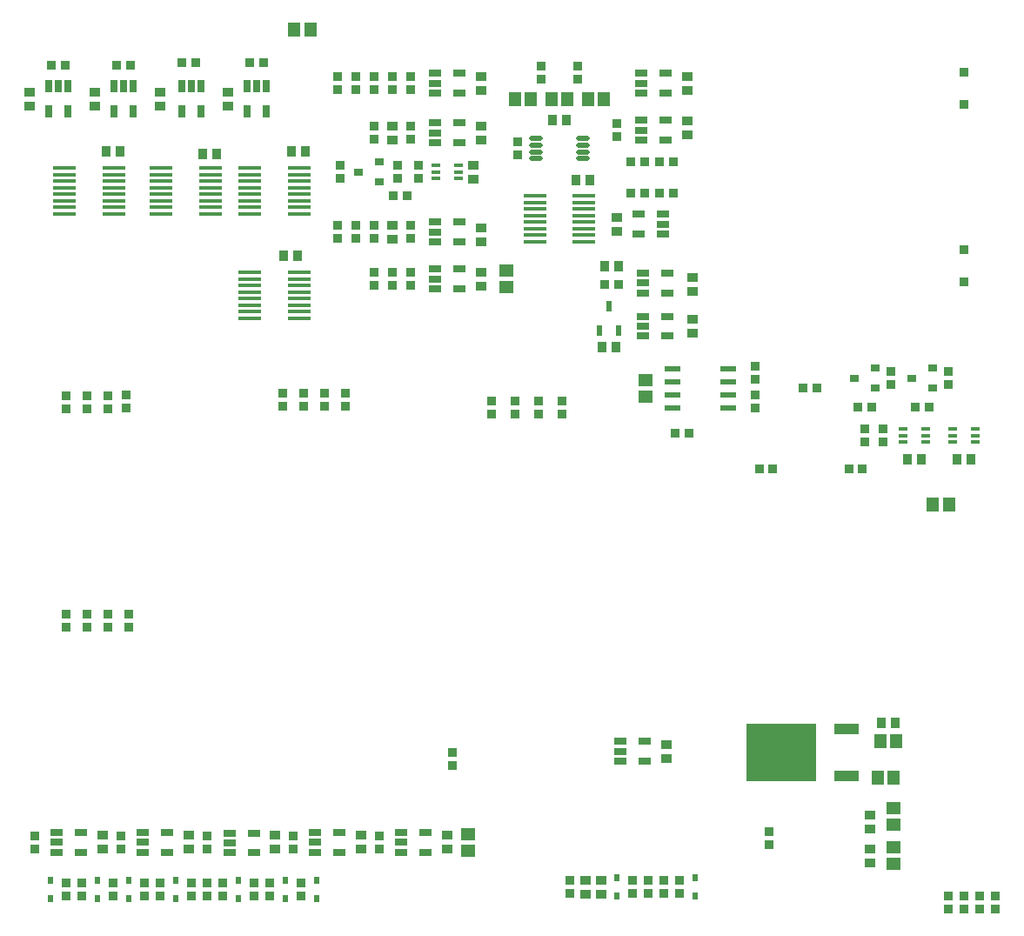
<source format=gtp>
G04*
G04 #@! TF.GenerationSoftware,Altium Limited,Altium Designer,23.10.1 (27)*
G04*
G04 Layer_Color=8421504*
%FSLAX25Y25*%
%MOIN*%
G70*
G04*
G04 #@! TF.SameCoordinates,25415466-D0CE-43B0-AC23-F92A6D1D0972*
G04*
G04*
G04 #@! TF.FilePolarity,Positive*
G04*
G01*
G75*
%ADD18R,0.03937X0.03543*%
%ADD19R,0.05118X0.02756*%
%ADD20R,0.03740X0.03347*%
%ADD21R,0.03347X0.01575*%
%ADD22R,0.03543X0.03150*%
%ADD23R,0.03347X0.03740*%
%ADD24R,0.05512X0.05118*%
%ADD25R,0.03543X0.03937*%
%ADD26O,0.08858X0.01575*%
%ADD27O,0.05315X0.01968*%
%ADD28R,0.05118X0.05512*%
%ADD29R,0.02362X0.04134*%
%ADD30R,0.06102X0.02362*%
%ADD31R,0.02756X0.05118*%
%ADD32R,0.09449X0.03937*%
%ADD33R,0.26772X0.21850*%
%ADD34R,0.01968X0.03150*%
%ADD35R,0.03740X0.03543*%
D18*
X185000Y371343D02*
D03*
Y376657D02*
D03*
Y352343D02*
D03*
Y357657D02*
D03*
X151000D02*
D03*
Y352343D02*
D03*
X182000Y337343D02*
D03*
Y342657D02*
D03*
X151000Y314343D02*
D03*
Y319657D02*
D03*
X185000Y313343D02*
D03*
Y318657D02*
D03*
Y296343D02*
D03*
Y301657D02*
D03*
X264000Y371343D02*
D03*
Y376657D02*
D03*
Y354343D02*
D03*
Y359657D02*
D03*
X237000Y322657D02*
D03*
Y317343D02*
D03*
X266000Y294342D02*
D03*
Y299658D02*
D03*
Y278343D02*
D03*
Y283658D02*
D03*
X12000Y370657D02*
D03*
Y365343D02*
D03*
X88000Y370669D02*
D03*
Y365354D02*
D03*
X62000Y370510D02*
D03*
Y365195D02*
D03*
X37000Y370657D02*
D03*
Y365343D02*
D03*
X334000Y93657D02*
D03*
Y88342D02*
D03*
Y80658D02*
D03*
Y75343D02*
D03*
X256000Y115343D02*
D03*
Y120657D02*
D03*
X73000Y80469D02*
D03*
Y85783D02*
D03*
X40000Y80469D02*
D03*
Y85783D02*
D03*
X106000Y80469D02*
D03*
Y85783D02*
D03*
X139000Y80469D02*
D03*
Y85783D02*
D03*
X172000Y80469D02*
D03*
Y85783D02*
D03*
X231000Y63343D02*
D03*
Y68657D02*
D03*
X225000Y63343D02*
D03*
Y68657D02*
D03*
D19*
X167276Y358740D02*
D03*
Y355000D02*
D03*
Y351260D02*
D03*
X176724D02*
D03*
Y358740D02*
D03*
X167276Y377740D02*
D03*
Y374000D02*
D03*
Y370260D02*
D03*
X176724D02*
D03*
Y377740D02*
D03*
X167276Y320740D02*
D03*
Y317000D02*
D03*
Y313260D02*
D03*
X176724D02*
D03*
Y320740D02*
D03*
X167276Y302740D02*
D03*
Y299000D02*
D03*
Y295260D02*
D03*
X176724D02*
D03*
Y302740D02*
D03*
X246276Y377740D02*
D03*
Y374000D02*
D03*
Y370260D02*
D03*
X255724D02*
D03*
Y377740D02*
D03*
X246276Y359740D02*
D03*
Y356000D02*
D03*
Y352260D02*
D03*
X255724D02*
D03*
Y359740D02*
D03*
X254724Y316260D02*
D03*
Y320000D02*
D03*
Y323740D02*
D03*
X245276D02*
D03*
Y316260D02*
D03*
X246929Y301173D02*
D03*
Y297433D02*
D03*
Y293693D02*
D03*
X256378D02*
D03*
Y301173D02*
D03*
X246929Y284646D02*
D03*
Y280906D02*
D03*
Y277165D02*
D03*
X256378D02*
D03*
Y284646D02*
D03*
X238276Y121740D02*
D03*
Y118000D02*
D03*
Y114260D02*
D03*
X247724D02*
D03*
Y121740D02*
D03*
X88551Y86606D02*
D03*
Y82866D02*
D03*
Y79126D02*
D03*
X98000D02*
D03*
Y86606D02*
D03*
X55276Y86866D02*
D03*
Y83126D02*
D03*
Y79386D02*
D03*
X64724D02*
D03*
Y86866D02*
D03*
X22276D02*
D03*
Y83126D02*
D03*
Y79386D02*
D03*
X31724D02*
D03*
Y86866D02*
D03*
X121276D02*
D03*
Y83126D02*
D03*
Y79386D02*
D03*
X130724D02*
D03*
Y86866D02*
D03*
X154276D02*
D03*
Y83126D02*
D03*
Y79386D02*
D03*
X163724D02*
D03*
Y86866D02*
D03*
D20*
X158000Y371441D02*
D03*
Y376559D02*
D03*
X151000Y371441D02*
D03*
Y376559D02*
D03*
X144000Y371441D02*
D03*
Y376559D02*
D03*
X137000D02*
D03*
Y371441D02*
D03*
X130000D02*
D03*
Y376559D02*
D03*
X158000Y352441D02*
D03*
Y357559D02*
D03*
X144000Y352441D02*
D03*
Y357559D02*
D03*
X161000Y342559D02*
D03*
Y337441D02*
D03*
X153000Y342559D02*
D03*
Y337441D02*
D03*
X131000D02*
D03*
Y342559D02*
D03*
X144000Y319559D02*
D03*
Y314441D02*
D03*
X137000D02*
D03*
Y319559D02*
D03*
X130000Y314441D02*
D03*
Y319559D02*
D03*
X158000D02*
D03*
Y314441D02*
D03*
Y301559D02*
D03*
Y296441D02*
D03*
X144000D02*
D03*
Y301559D02*
D03*
X151000Y296441D02*
D03*
Y301559D02*
D03*
X199000Y351559D02*
D03*
Y346441D02*
D03*
X208000Y380559D02*
D03*
Y375441D02*
D03*
X222000Y380559D02*
D03*
Y375441D02*
D03*
X237000Y358559D02*
D03*
Y353441D02*
D03*
X290000Y265559D02*
D03*
Y260441D02*
D03*
Y254559D02*
D03*
Y249441D02*
D03*
X339000Y241559D02*
D03*
Y236441D02*
D03*
X332000Y241559D02*
D03*
Y236441D02*
D03*
X342000Y258441D02*
D03*
Y263559D02*
D03*
X364000Y258441D02*
D03*
Y263559D02*
D03*
X364000Y62559D02*
D03*
Y57441D02*
D03*
X376000Y62559D02*
D03*
Y57441D02*
D03*
X370000Y62559D02*
D03*
Y57441D02*
D03*
X382000Y62559D02*
D03*
Y57441D02*
D03*
X41866Y254220D02*
D03*
Y249102D02*
D03*
X25866Y254220D02*
D03*
Y249102D02*
D03*
X33866D02*
D03*
Y254220D02*
D03*
X49000Y254559D02*
D03*
Y249441D02*
D03*
X108866Y255220D02*
D03*
Y250102D02*
D03*
X116866Y255220D02*
D03*
Y250102D02*
D03*
X124866Y255220D02*
D03*
Y250102D02*
D03*
X132866Y255220D02*
D03*
Y250102D02*
D03*
X188866Y252220D02*
D03*
Y247102D02*
D03*
X197866Y252220D02*
D03*
Y247102D02*
D03*
X206866Y252220D02*
D03*
Y247102D02*
D03*
X215866Y252220D02*
D03*
Y247102D02*
D03*
X50000Y170559D02*
D03*
Y165441D02*
D03*
X42000Y170559D02*
D03*
Y165441D02*
D03*
X34000Y170559D02*
D03*
Y165441D02*
D03*
X26000Y170559D02*
D03*
Y165441D02*
D03*
X174000Y117559D02*
D03*
Y112441D02*
D03*
X74000Y62567D02*
D03*
Y67685D02*
D03*
X62000Y62567D02*
D03*
Y67685D02*
D03*
X56000Y62567D02*
D03*
Y67685D02*
D03*
X44000Y62567D02*
D03*
Y67685D02*
D03*
X32000Y62567D02*
D03*
Y67685D02*
D03*
X26000Y62567D02*
D03*
Y67685D02*
D03*
X86000Y62567D02*
D03*
Y67685D02*
D03*
X80000Y62567D02*
D03*
Y67685D02*
D03*
X98000Y62567D02*
D03*
Y67685D02*
D03*
X104000Y62567D02*
D03*
Y67685D02*
D03*
X116000Y62567D02*
D03*
Y67685D02*
D03*
X80000Y80567D02*
D03*
Y85685D02*
D03*
X47000Y80567D02*
D03*
Y85685D02*
D03*
X14000Y85685D02*
D03*
Y80567D02*
D03*
X113000Y80567D02*
D03*
Y85685D02*
D03*
X146000Y80567D02*
D03*
Y85685D02*
D03*
X295276Y82087D02*
D03*
Y87205D02*
D03*
X219000Y63441D02*
D03*
Y68559D02*
D03*
X243000Y63567D02*
D03*
Y68685D02*
D03*
X249000Y63567D02*
D03*
Y68685D02*
D03*
X255000Y63567D02*
D03*
Y68685D02*
D03*
X261000Y63441D02*
D03*
Y68559D02*
D03*
D21*
X176429Y337441D02*
D03*
Y340000D02*
D03*
Y342559D02*
D03*
X167571D02*
D03*
Y340000D02*
D03*
Y337441D02*
D03*
X346571Y241559D02*
D03*
Y239000D02*
D03*
Y236441D02*
D03*
X355429D02*
D03*
Y239000D02*
D03*
Y241559D02*
D03*
X365571D02*
D03*
Y239000D02*
D03*
Y236441D02*
D03*
X374429D02*
D03*
Y239000D02*
D03*
Y241559D02*
D03*
D22*
X145937Y336260D02*
D03*
Y343740D02*
D03*
X138063Y340000D02*
D03*
X335937Y257260D02*
D03*
Y264740D02*
D03*
X328063Y261000D02*
D03*
X357937Y257260D02*
D03*
Y264740D02*
D03*
X350063Y261000D02*
D03*
D23*
X151441Y331000D02*
D03*
X156559D02*
D03*
X247559Y344000D02*
D03*
X242441D02*
D03*
X258559D02*
D03*
X253441D02*
D03*
Y332000D02*
D03*
X258559D02*
D03*
X242441D02*
D03*
X247559D02*
D03*
X237559Y297000D02*
D03*
X232441D02*
D03*
X264559Y240000D02*
D03*
X259441D02*
D03*
X325984Y226181D02*
D03*
X331102D02*
D03*
X356559Y250000D02*
D03*
X351441D02*
D03*
X334559D02*
D03*
X329441D02*
D03*
X101559Y382000D02*
D03*
X96441D02*
D03*
X75559D02*
D03*
X70441D02*
D03*
X50559Y381000D02*
D03*
X45441D02*
D03*
X25559D02*
D03*
X20441D02*
D03*
X308465Y257181D02*
D03*
X313583D02*
D03*
X296661Y226181D02*
D03*
X291543D02*
D03*
D24*
X194709Y295992D02*
D03*
Y302291D02*
D03*
X248000Y260150D02*
D03*
Y253850D02*
D03*
X343000Y89850D02*
D03*
Y96150D02*
D03*
Y74850D02*
D03*
Y81150D02*
D03*
X180000Y80000D02*
D03*
Y86299D02*
D03*
D25*
X221343Y337000D02*
D03*
X226657D02*
D03*
X212343Y360000D02*
D03*
X217657D02*
D03*
X232343Y304000D02*
D03*
X237657D02*
D03*
X236657Y273000D02*
D03*
X231343D02*
D03*
X348343Y230000D02*
D03*
X353657D02*
D03*
X367343Y230000D02*
D03*
X372657D02*
D03*
X112343Y348000D02*
D03*
X117657D02*
D03*
X78343Y347000D02*
D03*
X83657D02*
D03*
X41342Y348000D02*
D03*
X46657D02*
D03*
X343658Y129000D02*
D03*
X338343D02*
D03*
X114657Y308000D02*
D03*
X109343D02*
D03*
D26*
X224350Y313250D02*
D03*
Y315750D02*
D03*
Y318250D02*
D03*
Y320750D02*
D03*
Y323250D02*
D03*
Y325750D02*
D03*
Y328250D02*
D03*
Y330750D02*
D03*
X205650Y313250D02*
D03*
Y315750D02*
D03*
Y318250D02*
D03*
Y320750D02*
D03*
Y323250D02*
D03*
Y325750D02*
D03*
Y328250D02*
D03*
Y330750D02*
D03*
X62516Y341411D02*
D03*
Y338911D02*
D03*
Y336411D02*
D03*
Y333911D02*
D03*
Y331411D02*
D03*
Y328911D02*
D03*
Y326411D02*
D03*
Y323911D02*
D03*
X81217Y341411D02*
D03*
Y338911D02*
D03*
Y336411D02*
D03*
Y333911D02*
D03*
Y331411D02*
D03*
Y328911D02*
D03*
Y326411D02*
D03*
Y323911D02*
D03*
X96516Y301411D02*
D03*
Y298911D02*
D03*
Y296411D02*
D03*
Y293911D02*
D03*
Y291411D02*
D03*
Y288911D02*
D03*
Y286411D02*
D03*
Y283911D02*
D03*
X115217Y301411D02*
D03*
Y298911D02*
D03*
Y296411D02*
D03*
Y293911D02*
D03*
Y291411D02*
D03*
Y288911D02*
D03*
Y286411D02*
D03*
Y283911D02*
D03*
X25516Y341411D02*
D03*
Y338911D02*
D03*
Y336411D02*
D03*
Y333911D02*
D03*
Y331411D02*
D03*
Y328911D02*
D03*
Y326411D02*
D03*
Y323911D02*
D03*
X44217Y341411D02*
D03*
Y338911D02*
D03*
Y336411D02*
D03*
Y333911D02*
D03*
Y331411D02*
D03*
Y328911D02*
D03*
Y326411D02*
D03*
Y323911D02*
D03*
X96516Y341411D02*
D03*
Y338911D02*
D03*
Y336411D02*
D03*
Y333911D02*
D03*
Y331411D02*
D03*
Y328911D02*
D03*
Y326411D02*
D03*
Y323911D02*
D03*
X115217Y341411D02*
D03*
Y338911D02*
D03*
Y336411D02*
D03*
Y333911D02*
D03*
Y331411D02*
D03*
Y328911D02*
D03*
Y326411D02*
D03*
Y323911D02*
D03*
D27*
X206043Y352839D02*
D03*
Y350280D02*
D03*
Y347720D02*
D03*
Y345161D02*
D03*
X223957Y352839D02*
D03*
Y350280D02*
D03*
Y347720D02*
D03*
Y345161D02*
D03*
D28*
X218150Y368000D02*
D03*
X211850D02*
D03*
X204150D02*
D03*
X197850D02*
D03*
X232150D02*
D03*
X225850D02*
D03*
X364323Y212709D02*
D03*
X358024D02*
D03*
X119638Y394709D02*
D03*
X113338D02*
D03*
X344150Y122000D02*
D03*
X337850D02*
D03*
X343150Y108000D02*
D03*
X336850D02*
D03*
D29*
X230260Y279335D02*
D03*
X237740D02*
D03*
X234000Y288665D02*
D03*
D30*
X258370Y264500D02*
D03*
Y259500D02*
D03*
Y254500D02*
D03*
Y249500D02*
D03*
X279630Y264500D02*
D03*
Y259500D02*
D03*
Y254500D02*
D03*
Y249500D02*
D03*
D31*
X102740Y372724D02*
D03*
X99000D02*
D03*
X95260D02*
D03*
Y363276D02*
D03*
X102740D02*
D03*
X77740Y372724D02*
D03*
X74000D02*
D03*
X70260D02*
D03*
Y363276D02*
D03*
X77740D02*
D03*
X51740Y372724D02*
D03*
X48000D02*
D03*
X44260D02*
D03*
Y363276D02*
D03*
X51740D02*
D03*
X26740Y372724D02*
D03*
X23000D02*
D03*
X19260D02*
D03*
Y363276D02*
D03*
X26740D02*
D03*
D32*
X325142Y126646D02*
D03*
Y108693D02*
D03*
D33*
X299945Y117669D02*
D03*
D34*
X68000Y68669D02*
D03*
Y61583D02*
D03*
X50000Y68669D02*
D03*
Y61583D02*
D03*
X38000Y68669D02*
D03*
Y61583D02*
D03*
X20000Y68669D02*
D03*
Y61583D02*
D03*
X92000Y68669D02*
D03*
Y61583D02*
D03*
X110000Y68669D02*
D03*
Y61583D02*
D03*
X122000Y61583D02*
D03*
Y68669D02*
D03*
X237000Y69669D02*
D03*
Y62583D02*
D03*
X267000Y69543D02*
D03*
Y62457D02*
D03*
D35*
X370000Y378201D02*
D03*
Y365799D02*
D03*
Y310201D02*
D03*
Y297799D02*
D03*
M02*

</source>
